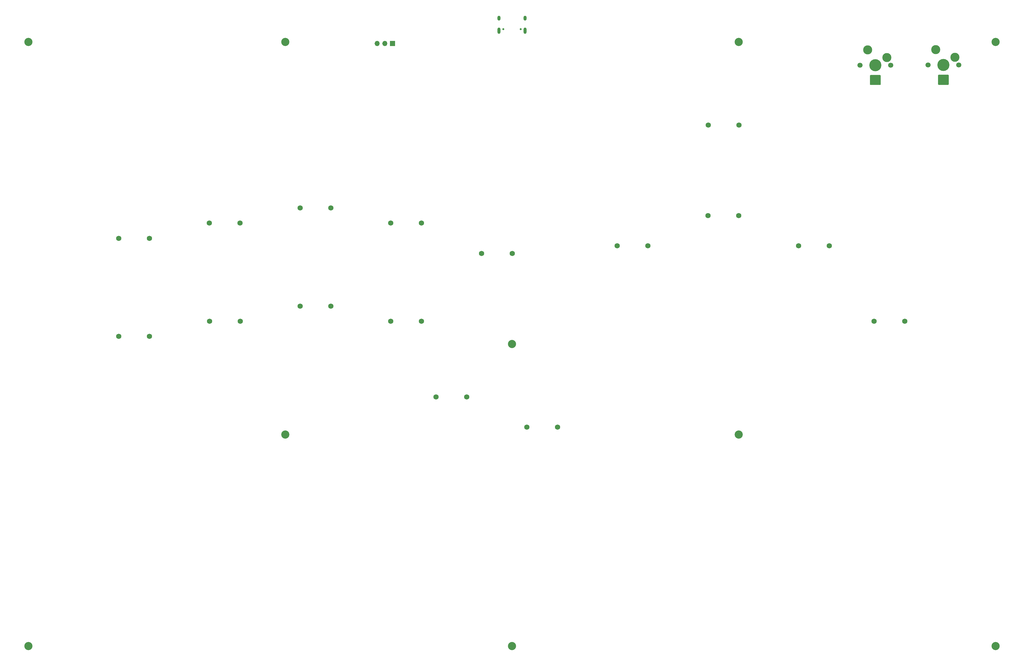
<source format=gbr>
G04 #@! TF.GenerationSoftware,KiCad,Pcbnew,8.0.3*
G04 #@! TF.CreationDate,2024-06-19T13:59:07+09:00*
G04 #@! TF.ProjectId,mainboard,6d61696e-626f-4617-9264-2e6b69636164,rev?*
G04 #@! TF.SameCoordinates,Original*
G04 #@! TF.FileFunction,Soldermask,Bot*
G04 #@! TF.FilePolarity,Negative*
%FSLAX46Y46*%
G04 Gerber Fmt 4.6, Leading zero omitted, Abs format (unit mm)*
G04 Created by KiCad (PCBNEW 8.0.3) date 2024-06-19 13:59:07*
%MOMM*%
%LPD*%
G01*
G04 APERTURE LIST*
%ADD10C,0.650000*%
%ADD11O,1.000000X2.100000*%
%ADD12O,1.000000X1.600000*%
%ADD13C,2.700000*%
%ADD14C,1.750000*%
%ADD15O,0.300000X3.300000*%
%ADD16O,0.500000X3.300000*%
%ADD17O,1.700000X3.300000*%
%ADD18O,3.500000X0.300000*%
%ADD19O,1.650000X3.300000*%
%ADD20R,1.700000X1.700000*%
%ADD21O,1.700000X1.700000*%
%ADD22C,1.700000*%
%ADD23C,3.000000*%
%ADD24C,4.000000*%
G04 APERTURE END LIST*
D10*
G04 #@! TO.C,J1*
X212884000Y-25800000D03*
X207104000Y-25800000D03*
D11*
X214314000Y-26330000D03*
D12*
X214314000Y-22150000D03*
D11*
X205674000Y-26330000D03*
D12*
X205674000Y-22150000D03*
G04 #@! TD*
D13*
G04 #@! TO.C,H9*
X210000000Y-130000000D03*
G04 #@! TD*
G04 #@! TO.C,H10*
X210000000Y-230000000D03*
G04 #@! TD*
D14*
G04 #@! TO.C,U18*
X214920000Y-157500000D03*
X225080000Y-157500000D03*
G04 #@! TD*
D13*
G04 #@! TO.C,H2*
X50000000Y-230000000D03*
G04 #@! TD*
D14*
G04 #@! TO.C,U20*
X244840000Y-97500000D03*
X255000000Y-97500000D03*
G04 #@! TD*
D15*
G04 #@! TO.C,D3*
X354350000Y-42532500D03*
D16*
X354075000Y-42532500D03*
D17*
X353325000Y-42532500D03*
D18*
X352750000Y-44032500D03*
D17*
X352750000Y-42532500D03*
D18*
X352750000Y-41007500D03*
D19*
X352150000Y-42532500D03*
D16*
X351400000Y-42532500D03*
D15*
X351150000Y-42532500D03*
G04 #@! TD*
D13*
G04 #@! TO.C,H7*
X285000000Y-160000000D03*
G04 #@! TD*
D14*
G04 #@! TO.C,U11*
X169865000Y-122500000D03*
X180025000Y-122500000D03*
G04 #@! TD*
G04 #@! TO.C,U14*
X329840000Y-122500000D03*
X340000000Y-122500000D03*
G04 #@! TD*
G04 #@! TO.C,U13*
X139920000Y-117500000D03*
X150080000Y-117500000D03*
G04 #@! TD*
G04 #@! TO.C,U19*
X304840000Y-97500000D03*
X315000000Y-97500000D03*
G04 #@! TD*
D13*
G04 #@! TO.C,H3*
X370000000Y-230000000D03*
G04 #@! TD*
D20*
G04 #@! TO.C,J3*
X170500000Y-30500000D03*
D21*
X167960000Y-30500000D03*
X165420000Y-30500000D03*
G04 #@! TD*
D15*
G04 #@! TO.C,D2*
X331850000Y-42600000D03*
D16*
X331575000Y-42600000D03*
D17*
X330825000Y-42600000D03*
D18*
X330250000Y-44100000D03*
D17*
X330250000Y-42600000D03*
D18*
X330250000Y-41075000D03*
D19*
X329650000Y-42600000D03*
D16*
X328900000Y-42600000D03*
D15*
X328650000Y-42600000D03*
G04 #@! TD*
D14*
G04 #@! TO.C,U7*
X109865000Y-90000000D03*
X120025000Y-90000000D03*
G04 #@! TD*
G04 #@! TO.C,U10*
X79840000Y-127500000D03*
X90000000Y-127500000D03*
G04 #@! TD*
D13*
G04 #@! TO.C,H6*
X285000000Y-30000000D03*
G04 #@! TD*
D22*
G04 #@! TO.C,SW3*
X335335000Y-37705000D03*
D23*
X334065000Y-35165000D03*
D24*
X330255000Y-37705000D03*
D23*
X327715000Y-32625000D03*
D22*
X325175000Y-37705000D03*
G04 #@! TD*
D14*
G04 #@! TO.C,U12*
X109920000Y-122500000D03*
X120080000Y-122500000D03*
G04 #@! TD*
D22*
G04 #@! TO.C,SW4*
X357850000Y-37650000D03*
D23*
X356580000Y-35110000D03*
D24*
X352770000Y-37650000D03*
D23*
X350230000Y-32570000D03*
D22*
X347690000Y-37650000D03*
G04 #@! TD*
D13*
G04 #@! TO.C,H1*
X50000000Y-30000000D03*
G04 #@! TD*
D14*
G04 #@! TO.C,U16*
X199920000Y-100000000D03*
X210080000Y-100000000D03*
G04 #@! TD*
D13*
G04 #@! TO.C,H8*
X135000000Y-160000000D03*
G04 #@! TD*
D14*
G04 #@! TO.C,U8*
X79865000Y-95000000D03*
X90025000Y-95000000D03*
G04 #@! TD*
G04 #@! TO.C,U21*
X274840000Y-87500000D03*
X285000000Y-87500000D03*
G04 #@! TD*
G04 #@! TO.C,U15*
X184840000Y-147500000D03*
X195000000Y-147500000D03*
G04 #@! TD*
G04 #@! TO.C,U9*
X169865000Y-90000000D03*
X180025000Y-90000000D03*
G04 #@! TD*
G04 #@! TO.C,U6*
X139865000Y-85000000D03*
X150025000Y-85000000D03*
G04 #@! TD*
G04 #@! TO.C,U17*
X274920000Y-57500000D03*
X285080000Y-57500000D03*
G04 #@! TD*
D13*
G04 #@! TO.C,H5*
X135000000Y-30000000D03*
G04 #@! TD*
G04 #@! TO.C,H4*
X370000000Y-30000000D03*
G04 #@! TD*
M02*

</source>
